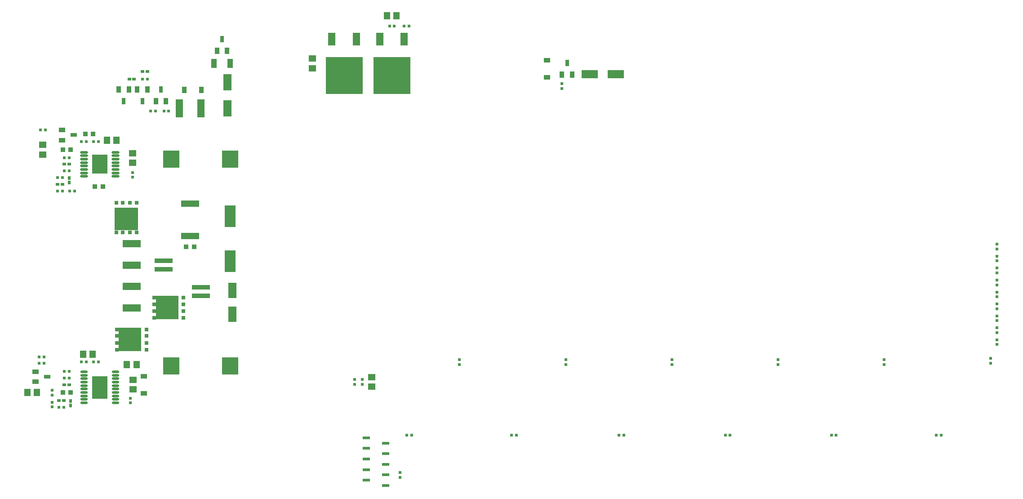
<source format=gtp>
G04 #@! TF.FileFunction,Paste,Top*
%FSLAX46Y46*%
G04 Gerber Fmt 4.6, Leading zero omitted, Abs format (unit mm)*
G04 Created by KiCad (PCBNEW (2015-02-06 BZR 5407)-product) date Mon 09 Feb 2015 10:46:46 PM EST*
%MOMM*%
G01*
G04 APERTURE LIST*
%ADD10C,0.100000*%
%ADD11R,3.100000X3.300000*%
%ADD12R,1.200000X0.900000*%
%ADD13R,0.900000X0.950000*%
%ADD14R,1.150000X1.450000*%
%ADD15R,1.450000X1.150000*%
%ADD16R,0.650000X0.600000*%
%ADD17R,0.600000X0.650000*%
%ADD18R,1.600000X3.000000*%
%ADD19R,2.100000X4.100000*%
%ADD20R,1.600000X3.150000*%
%ADD21R,0.900000X1.200000*%
%ADD22R,0.900000X1.300000*%
%ADD23R,0.800000X1.300000*%
%ADD24R,1.450000X2.450000*%
%ADD25R,6.950000X6.950000*%
%ADD26R,1.300000X0.900000*%
%ADD27R,1.300000X0.800000*%
%ADD28R,0.600000X0.600000*%
%ADD29R,3.450000X0.950000*%
%ADD30R,1.050000X1.800000*%
%ADD31R,3.500000X1.400000*%
%ADD32R,1.400000X3.500000*%
%ADD33R,1.450000X0.600000*%
%ADD34R,3.150000X1.600000*%
%ADD35R,4.295000X4.510000*%
%ADD36R,0.675000X0.675000*%
%ADD37R,0.655000X0.675000*%
%ADD38R,0.750000X0.675000*%
%ADD39R,4.510000X4.295000*%
%ADD40R,0.675000X0.655000*%
%ADD41R,0.675000X0.750000*%
%ADD42O,1.450000X0.450000*%
%ADD43R,3.000000X4.200000*%
%ADD44O,1.500000X0.450000*%
%ADD45R,2.900000X3.550000*%
%ADD46R,3.400000X1.250000*%
G04 APERTURE END LIST*
D10*
D11*
X69550000Y-126000000D03*
X58450000Y-126000000D03*
D12*
X53250000Y-127900000D03*
X53250000Y-131100000D03*
D13*
X42250000Y-82250000D03*
X43750000Y-82250000D03*
D14*
X99100000Y-60000000D03*
X100900000Y-60000000D03*
D15*
X85000000Y-69900000D03*
X85000000Y-68100000D03*
D16*
X39200000Y-88000000D03*
X38300000Y-88000000D03*
X39200000Y-129500000D03*
X38300000Y-129500000D03*
D17*
X39500000Y-133450000D03*
X39500000Y-132550000D03*
X39250000Y-90550000D03*
X39250000Y-91450000D03*
D13*
X45550000Y-92200000D03*
X44050000Y-92200000D03*
X39500000Y-85250000D03*
X38000000Y-85250000D03*
D14*
X41850000Y-123750000D03*
X43650000Y-123750000D03*
D13*
X39500000Y-131000000D03*
X38000000Y-131000000D03*
D16*
X37300000Y-132500000D03*
X38200000Y-132500000D03*
X37050000Y-91750000D03*
X37950000Y-91750000D03*
D14*
X51900000Y-125750000D03*
X50100000Y-125750000D03*
D15*
X51200000Y-85900000D03*
X51200000Y-87700000D03*
X51250000Y-130400000D03*
X51250000Y-128600000D03*
D14*
X48150000Y-83500000D03*
X46350000Y-83500000D03*
D13*
X62750000Y-103500000D03*
X61250000Y-103500000D03*
D18*
X70000000Y-116250000D03*
X70000000Y-111750000D03*
D19*
X69500000Y-97750000D03*
X69500000Y-106250000D03*
D16*
X51450000Y-72000000D03*
X50550000Y-72000000D03*
X53950000Y-70500000D03*
X53050000Y-70500000D03*
D20*
X69000000Y-72550000D03*
X69000000Y-77450000D03*
D21*
X60900000Y-74000000D03*
X64100000Y-74000000D03*
D22*
X50450000Y-73900000D03*
X48550000Y-73900000D03*
D23*
X49500000Y-76100000D03*
D24*
X102300000Y-64400000D03*
X97700000Y-64400000D03*
D25*
X100000000Y-71300000D03*
D24*
X93300000Y-64400000D03*
X88700000Y-64400000D03*
D25*
X91000000Y-71300000D03*
D26*
X32900000Y-127050000D03*
X32900000Y-128950000D03*
D27*
X35100000Y-128000000D03*
D26*
X37900000Y-81550000D03*
X37900000Y-83450000D03*
D27*
X40100000Y-82500000D03*
D22*
X53950000Y-73900000D03*
X52050000Y-73900000D03*
D23*
X53000000Y-76100000D03*
D22*
X55550000Y-76100000D03*
X57450000Y-76100000D03*
D23*
X56500000Y-73900000D03*
D22*
X67050000Y-66600000D03*
X68950000Y-66600000D03*
D23*
X68000000Y-64400000D03*
D28*
X192750000Y-124800000D03*
X192750000Y-125700000D03*
X212750000Y-124550000D03*
X212750000Y-125450000D03*
X203450000Y-139000000D03*
X202550000Y-139000000D03*
X163700000Y-139000000D03*
X162800000Y-139000000D03*
X183700000Y-139000000D03*
X182800000Y-139000000D03*
X143700000Y-139000000D03*
X142800000Y-139000000D03*
X123450000Y-139000000D03*
X122550000Y-139000000D03*
X103700000Y-139000000D03*
X102800000Y-139000000D03*
X99550000Y-62000000D03*
X100450000Y-62000000D03*
X34450000Y-124250000D03*
X33550000Y-124250000D03*
X102300000Y-62000000D03*
X103200000Y-62000000D03*
X34450000Y-125500000D03*
X33550000Y-125500000D03*
X33800000Y-81500000D03*
X34700000Y-81500000D03*
X38300000Y-86750000D03*
X39200000Y-86750000D03*
X38300000Y-128250000D03*
X39200000Y-128250000D03*
X36000000Y-132800000D03*
X36000000Y-133700000D03*
X39300000Y-93000000D03*
X40200000Y-93000000D03*
X39200000Y-89250000D03*
X38300000Y-89250000D03*
X36000000Y-131450000D03*
X36000000Y-130550000D03*
X37950000Y-93000000D03*
X37050000Y-93000000D03*
X39200000Y-127000000D03*
X38300000Y-127000000D03*
X38200000Y-133750000D03*
X37300000Y-133750000D03*
X37950000Y-90500000D03*
X37050000Y-90500000D03*
X41550000Y-83750000D03*
X42450000Y-83750000D03*
X41550000Y-125250000D03*
X42450000Y-125250000D03*
X43800000Y-125250000D03*
X44700000Y-125250000D03*
X43800000Y-83750000D03*
X44700000Y-83750000D03*
D29*
X64000000Y-112800000D03*
X64000000Y-111200000D03*
X57000000Y-106200000D03*
X57000000Y-107800000D03*
D28*
X53950000Y-72000000D03*
X53050000Y-72000000D03*
X57950000Y-78000000D03*
X57050000Y-78000000D03*
X55450000Y-78000000D03*
X54550000Y-78000000D03*
D30*
X69500000Y-69000000D03*
X66500000Y-69000000D03*
D28*
X112750000Y-124800000D03*
X112750000Y-125700000D03*
X132750000Y-124800000D03*
X132750000Y-125700000D03*
X152750000Y-124800000D03*
X152750000Y-125700000D03*
X172750000Y-124800000D03*
X172750000Y-125700000D03*
X214000000Y-118800000D03*
X214000000Y-119700000D03*
X214000000Y-116550000D03*
X214000000Y-117450000D03*
X214000000Y-114300000D03*
X214000000Y-115200000D03*
X214000000Y-112050000D03*
X214000000Y-112950000D03*
X214000000Y-109800000D03*
X214000000Y-110700000D03*
X214000000Y-107550000D03*
X214000000Y-108450000D03*
X214000000Y-105300000D03*
X214000000Y-106200000D03*
X214000000Y-103050000D03*
X214000000Y-103950000D03*
X214000000Y-121050000D03*
X214000000Y-121950000D03*
D11*
X69550000Y-87000000D03*
X58450000Y-87000000D03*
D31*
X51000000Y-115050000D03*
X51000000Y-110950000D03*
X51000000Y-102950000D03*
X51000000Y-107050000D03*
D32*
X59950000Y-77500000D03*
X64050000Y-77500000D03*
D33*
X98825000Y-148500000D03*
X95175000Y-147500000D03*
X98825000Y-146500000D03*
X95175000Y-145500000D03*
X98825000Y-144500000D03*
X95175000Y-143500000D03*
X98825000Y-142500000D03*
X95175000Y-141500000D03*
X98825000Y-140500000D03*
X95175000Y-139500000D03*
D28*
X50750000Y-132950000D03*
X50750000Y-132050000D03*
X51200000Y-89550000D03*
X51200000Y-90450000D03*
X101500000Y-146950000D03*
X101500000Y-146050000D03*
X94400000Y-129450000D03*
X94400000Y-128550000D03*
X93000000Y-129450000D03*
X93000000Y-128550000D03*
D15*
X96200000Y-128100000D03*
X96200000Y-129900000D03*
D14*
X31350000Y-131000000D03*
X33150000Y-131000000D03*
D15*
X34250000Y-86150000D03*
X34250000Y-84350000D03*
D12*
X129250000Y-71600000D03*
X129250000Y-68400000D03*
D22*
X132050000Y-71100000D03*
X133950000Y-71100000D03*
D23*
X133000000Y-68900000D03*
D28*
X132000000Y-73700000D03*
X132000000Y-72800000D03*
D34*
X142200000Y-71000000D03*
X137300000Y-71000000D03*
D35*
X57675000Y-115000000D03*
D36*
X55200000Y-116917500D03*
X55200000Y-115660000D03*
X55200000Y-114340000D03*
D37*
X55200000Y-113082500D03*
D38*
X60752500Y-113082500D03*
X60752500Y-114340000D03*
X60752500Y-115660000D03*
X60752500Y-116917500D03*
D35*
X50675000Y-121000000D03*
D36*
X48200000Y-122917500D03*
X48200000Y-121660000D03*
X48200000Y-120340000D03*
D37*
X48200000Y-119082500D03*
D38*
X53752500Y-119082500D03*
X53752500Y-120340000D03*
X53752500Y-121660000D03*
X53752500Y-122917500D03*
D39*
X50000000Y-98325000D03*
D36*
X51917500Y-100800000D03*
X50660000Y-100800000D03*
X49340000Y-100800000D03*
D40*
X48082500Y-100800000D03*
D41*
X48082500Y-95247500D03*
X49340000Y-95247500D03*
X50660000Y-95247500D03*
X51917500Y-95247500D03*
D42*
X42050000Y-127075000D03*
X42050000Y-127725000D03*
X42050000Y-128375000D03*
X42050000Y-129025000D03*
X42050000Y-129675000D03*
X42050000Y-130325000D03*
X42050000Y-130975000D03*
X42050000Y-131625000D03*
X42050000Y-132275000D03*
X42050000Y-132925000D03*
X47950000Y-132925000D03*
X47950000Y-132275000D03*
X47950000Y-131625000D03*
X47950000Y-130975000D03*
X47950000Y-130325000D03*
X47950000Y-129675000D03*
X47950000Y-129025000D03*
X47950000Y-128375000D03*
X47950000Y-127725000D03*
X47950000Y-127075000D03*
D43*
X45000000Y-130000000D03*
D44*
X42050000Y-85725000D03*
X42050000Y-86375000D03*
X42050000Y-87025000D03*
X42050000Y-87675000D03*
X42050000Y-88325000D03*
X42050000Y-88975000D03*
X42050000Y-89625000D03*
X42050000Y-90275000D03*
X47950000Y-90275000D03*
X47950000Y-89625000D03*
X47950000Y-88975000D03*
X47950000Y-88325000D03*
X47950000Y-87675000D03*
X47950000Y-87025000D03*
X47950000Y-86375000D03*
X47950000Y-85725000D03*
D45*
X45000000Y-88000000D03*
D46*
X62000000Y-95450000D03*
X62000000Y-101550000D03*
M02*

</source>
